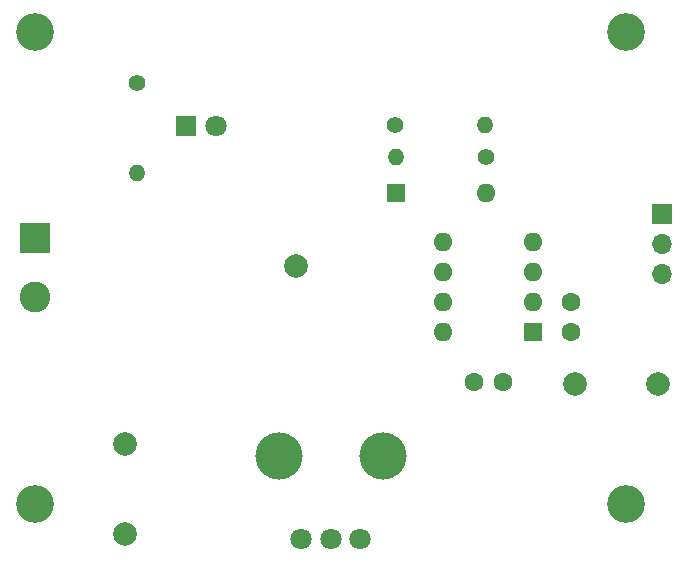
<source format=gbr>
%TF.GenerationSoftware,KiCad,Pcbnew,7.0.5*%
%TF.CreationDate,2023-06-11T14:56:47+10:00*%
%TF.ProjectId,Servo Controller 555,53657276-6f20-4436-9f6e-74726f6c6c65,rev?*%
%TF.SameCoordinates,Original*%
%TF.FileFunction,Soldermask,Bot*%
%TF.FilePolarity,Negative*%
%FSLAX46Y46*%
G04 Gerber Fmt 4.6, Leading zero omitted, Abs format (unit mm)*
G04 Created by KiCad (PCBNEW 7.0.5) date 2023-06-11 14:56:47*
%MOMM*%
%LPD*%
G01*
G04 APERTURE LIST*
%ADD10C,2.000000*%
%ADD11C,3.200000*%
%ADD12R,2.600000X2.600000*%
%ADD13C,2.600000*%
%ADD14R,1.800000X1.800000*%
%ADD15C,1.800000*%
%ADD16C,1.600000*%
%ADD17C,1.400000*%
%ADD18O,1.400000X1.400000*%
%ADD19R,1.600000X1.600000*%
%ADD20O,1.600000X1.600000*%
%ADD21R,1.700000X1.700000*%
%ADD22O,1.700000X1.700000*%
%ADD23C,4.000000*%
G04 APERTURE END LIST*
D10*
%TO.C,TP5*%
X242705000Y-94840000D03*
%TD*%
%TO.C,TP4*%
X235720000Y-94840000D03*
%TD*%
%TO.C,TP3*%
X197620000Y-107540000D03*
%TD*%
%TO.C,TP2*%
X212090000Y-84836000D03*
%TD*%
%TO.C,TP1*%
X197620000Y-99920000D03*
%TD*%
D11*
%TO.C,REF\u002A\u002A*%
X240000000Y-65000000D03*
%TD*%
D12*
%TO.C,J2*%
X190000000Y-82500000D03*
D13*
X190000000Y-87500000D03*
%TD*%
D14*
%TO.C,D4*%
X202747500Y-73000000D03*
D15*
X205287500Y-73000000D03*
%TD*%
D16*
%TO.C,C2*%
X227106000Y-94624000D03*
X229606000Y-94624000D03*
%TD*%
D17*
%TO.C,R2*%
X220438000Y-72898000D03*
D18*
X228058000Y-72898000D03*
%TD*%
D11*
%TO.C,REF\u002A\u002A*%
X190000000Y-65000000D03*
%TD*%
D17*
%TO.C,R1*%
X228166000Y-75624000D03*
D18*
X220546000Y-75624000D03*
%TD*%
D19*
%TO.C,U1*%
X232156000Y-90424000D03*
D20*
X232156000Y-87884000D03*
X232156000Y-85344000D03*
X232156000Y-82804000D03*
X224536000Y-82804000D03*
X224536000Y-85344000D03*
X224536000Y-87884000D03*
X224536000Y-90424000D03*
%TD*%
D21*
%TO.C,J1*%
X243078000Y-80460000D03*
D22*
X243078000Y-83000000D03*
X243078000Y-85540000D03*
%TD*%
D11*
%TO.C,REF\u002A\u002A*%
X240000000Y-105000000D03*
%TD*%
D17*
%TO.C,R4*%
X198628000Y-69342000D03*
D18*
X198628000Y-76962000D03*
%TD*%
D23*
%TO.C,RV1*%
X210600000Y-100950000D03*
X219400000Y-100950000D03*
D15*
X217500000Y-107950000D03*
X215000000Y-107950000D03*
X212500000Y-107950000D03*
%TD*%
D16*
%TO.C,C1*%
X235356000Y-87924000D03*
X235356000Y-90424000D03*
%TD*%
D11*
%TO.C,REF\u002A\u002A*%
X190000000Y-105000000D03*
%TD*%
D19*
%TO.C,D1*%
X220546000Y-78624000D03*
D20*
X228166000Y-78624000D03*
%TD*%
M02*

</source>
